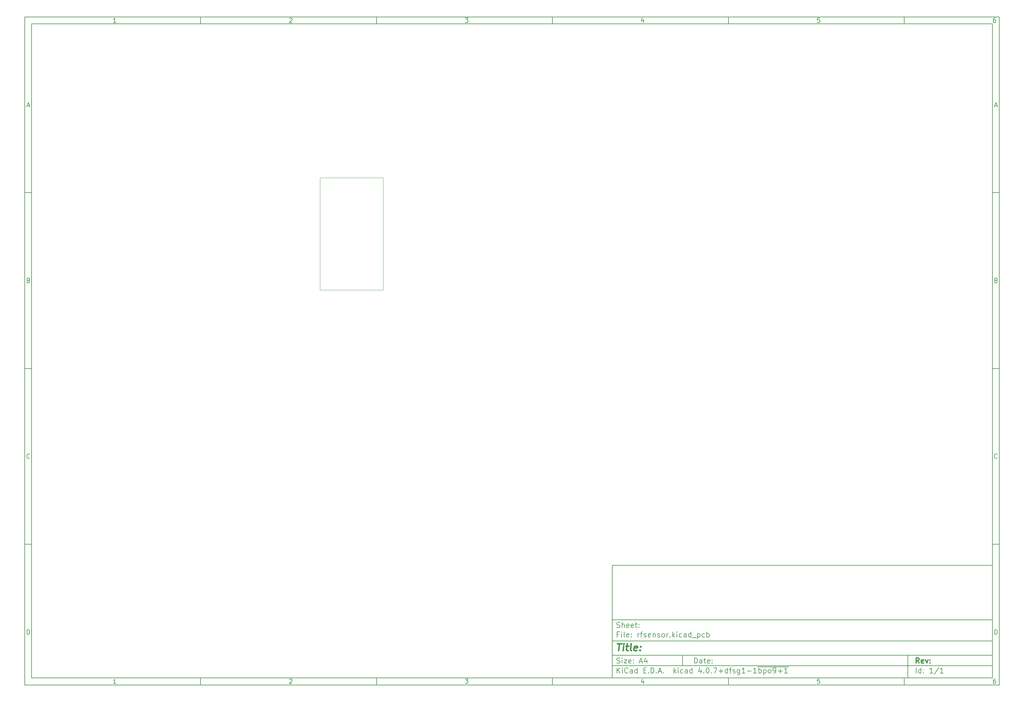
<source format=gbr>
G04 #@! TF.FileFunction,Profile,NP*
%FSLAX46Y46*%
G04 Gerber Fmt 4.6, Leading zero omitted, Abs format (unit mm)*
G04 Created by KiCad (PCBNEW 4.0.7+dfsg1-1~bpo9+1) date Fri Jan  5 13:44:09 2018*
%MOMM*%
%LPD*%
G01*
G04 APERTURE LIST*
%ADD10C,0.100000*%
%ADD11C,0.150000*%
%ADD12C,0.300000*%
%ADD13C,0.400000*%
G04 APERTURE END LIST*
D10*
D11*
X177002200Y-166007200D02*
X177002200Y-198007200D01*
X285002200Y-198007200D01*
X285002200Y-166007200D01*
X177002200Y-166007200D01*
D10*
D11*
X10000000Y-10000000D02*
X10000000Y-200007200D01*
X287002200Y-200007200D01*
X287002200Y-10000000D01*
X10000000Y-10000000D01*
D10*
D11*
X12000000Y-12000000D02*
X12000000Y-198007200D01*
X285002200Y-198007200D01*
X285002200Y-12000000D01*
X12000000Y-12000000D01*
D10*
D11*
X60000000Y-12000000D02*
X60000000Y-10000000D01*
D10*
D11*
X110000000Y-12000000D02*
X110000000Y-10000000D01*
D10*
D11*
X160000000Y-12000000D02*
X160000000Y-10000000D01*
D10*
D11*
X210000000Y-12000000D02*
X210000000Y-10000000D01*
D10*
D11*
X260000000Y-12000000D02*
X260000000Y-10000000D01*
D10*
D11*
X35990476Y-11588095D02*
X35247619Y-11588095D01*
X35619048Y-11588095D02*
X35619048Y-10288095D01*
X35495238Y-10473810D01*
X35371429Y-10597619D01*
X35247619Y-10659524D01*
D10*
D11*
X85247619Y-10411905D02*
X85309524Y-10350000D01*
X85433333Y-10288095D01*
X85742857Y-10288095D01*
X85866667Y-10350000D01*
X85928571Y-10411905D01*
X85990476Y-10535714D01*
X85990476Y-10659524D01*
X85928571Y-10845238D01*
X85185714Y-11588095D01*
X85990476Y-11588095D01*
D10*
D11*
X135185714Y-10288095D02*
X135990476Y-10288095D01*
X135557143Y-10783333D01*
X135742857Y-10783333D01*
X135866667Y-10845238D01*
X135928571Y-10907143D01*
X135990476Y-11030952D01*
X135990476Y-11340476D01*
X135928571Y-11464286D01*
X135866667Y-11526190D01*
X135742857Y-11588095D01*
X135371429Y-11588095D01*
X135247619Y-11526190D01*
X135185714Y-11464286D01*
D10*
D11*
X185866667Y-10721429D02*
X185866667Y-11588095D01*
X185557143Y-10226190D02*
X185247619Y-11154762D01*
X186052381Y-11154762D01*
D10*
D11*
X235928571Y-10288095D02*
X235309524Y-10288095D01*
X235247619Y-10907143D01*
X235309524Y-10845238D01*
X235433333Y-10783333D01*
X235742857Y-10783333D01*
X235866667Y-10845238D01*
X235928571Y-10907143D01*
X235990476Y-11030952D01*
X235990476Y-11340476D01*
X235928571Y-11464286D01*
X235866667Y-11526190D01*
X235742857Y-11588095D01*
X235433333Y-11588095D01*
X235309524Y-11526190D01*
X235247619Y-11464286D01*
D10*
D11*
X285866667Y-10288095D02*
X285619048Y-10288095D01*
X285495238Y-10350000D01*
X285433333Y-10411905D01*
X285309524Y-10597619D01*
X285247619Y-10845238D01*
X285247619Y-11340476D01*
X285309524Y-11464286D01*
X285371429Y-11526190D01*
X285495238Y-11588095D01*
X285742857Y-11588095D01*
X285866667Y-11526190D01*
X285928571Y-11464286D01*
X285990476Y-11340476D01*
X285990476Y-11030952D01*
X285928571Y-10907143D01*
X285866667Y-10845238D01*
X285742857Y-10783333D01*
X285495238Y-10783333D01*
X285371429Y-10845238D01*
X285309524Y-10907143D01*
X285247619Y-11030952D01*
D10*
D11*
X60000000Y-198007200D02*
X60000000Y-200007200D01*
D10*
D11*
X110000000Y-198007200D02*
X110000000Y-200007200D01*
D10*
D11*
X160000000Y-198007200D02*
X160000000Y-200007200D01*
D10*
D11*
X210000000Y-198007200D02*
X210000000Y-200007200D01*
D10*
D11*
X260000000Y-198007200D02*
X260000000Y-200007200D01*
D10*
D11*
X35990476Y-199595295D02*
X35247619Y-199595295D01*
X35619048Y-199595295D02*
X35619048Y-198295295D01*
X35495238Y-198481010D01*
X35371429Y-198604819D01*
X35247619Y-198666724D01*
D10*
D11*
X85247619Y-198419105D02*
X85309524Y-198357200D01*
X85433333Y-198295295D01*
X85742857Y-198295295D01*
X85866667Y-198357200D01*
X85928571Y-198419105D01*
X85990476Y-198542914D01*
X85990476Y-198666724D01*
X85928571Y-198852438D01*
X85185714Y-199595295D01*
X85990476Y-199595295D01*
D10*
D11*
X135185714Y-198295295D02*
X135990476Y-198295295D01*
X135557143Y-198790533D01*
X135742857Y-198790533D01*
X135866667Y-198852438D01*
X135928571Y-198914343D01*
X135990476Y-199038152D01*
X135990476Y-199347676D01*
X135928571Y-199471486D01*
X135866667Y-199533390D01*
X135742857Y-199595295D01*
X135371429Y-199595295D01*
X135247619Y-199533390D01*
X135185714Y-199471486D01*
D10*
D11*
X185866667Y-198728629D02*
X185866667Y-199595295D01*
X185557143Y-198233390D02*
X185247619Y-199161962D01*
X186052381Y-199161962D01*
D10*
D11*
X235928571Y-198295295D02*
X235309524Y-198295295D01*
X235247619Y-198914343D01*
X235309524Y-198852438D01*
X235433333Y-198790533D01*
X235742857Y-198790533D01*
X235866667Y-198852438D01*
X235928571Y-198914343D01*
X235990476Y-199038152D01*
X235990476Y-199347676D01*
X235928571Y-199471486D01*
X235866667Y-199533390D01*
X235742857Y-199595295D01*
X235433333Y-199595295D01*
X235309524Y-199533390D01*
X235247619Y-199471486D01*
D10*
D11*
X285866667Y-198295295D02*
X285619048Y-198295295D01*
X285495238Y-198357200D01*
X285433333Y-198419105D01*
X285309524Y-198604819D01*
X285247619Y-198852438D01*
X285247619Y-199347676D01*
X285309524Y-199471486D01*
X285371429Y-199533390D01*
X285495238Y-199595295D01*
X285742857Y-199595295D01*
X285866667Y-199533390D01*
X285928571Y-199471486D01*
X285990476Y-199347676D01*
X285990476Y-199038152D01*
X285928571Y-198914343D01*
X285866667Y-198852438D01*
X285742857Y-198790533D01*
X285495238Y-198790533D01*
X285371429Y-198852438D01*
X285309524Y-198914343D01*
X285247619Y-199038152D01*
D10*
D11*
X10000000Y-60000000D02*
X12000000Y-60000000D01*
D10*
D11*
X10000000Y-110000000D02*
X12000000Y-110000000D01*
D10*
D11*
X10000000Y-160000000D02*
X12000000Y-160000000D01*
D10*
D11*
X10690476Y-35216667D02*
X11309524Y-35216667D01*
X10566667Y-35588095D02*
X11000000Y-34288095D01*
X11433333Y-35588095D01*
D10*
D11*
X11092857Y-84907143D02*
X11278571Y-84969048D01*
X11340476Y-85030952D01*
X11402381Y-85154762D01*
X11402381Y-85340476D01*
X11340476Y-85464286D01*
X11278571Y-85526190D01*
X11154762Y-85588095D01*
X10659524Y-85588095D01*
X10659524Y-84288095D01*
X11092857Y-84288095D01*
X11216667Y-84350000D01*
X11278571Y-84411905D01*
X11340476Y-84535714D01*
X11340476Y-84659524D01*
X11278571Y-84783333D01*
X11216667Y-84845238D01*
X11092857Y-84907143D01*
X10659524Y-84907143D01*
D10*
D11*
X11402381Y-135464286D02*
X11340476Y-135526190D01*
X11154762Y-135588095D01*
X11030952Y-135588095D01*
X10845238Y-135526190D01*
X10721429Y-135402381D01*
X10659524Y-135278571D01*
X10597619Y-135030952D01*
X10597619Y-134845238D01*
X10659524Y-134597619D01*
X10721429Y-134473810D01*
X10845238Y-134350000D01*
X11030952Y-134288095D01*
X11154762Y-134288095D01*
X11340476Y-134350000D01*
X11402381Y-134411905D01*
D10*
D11*
X10659524Y-185588095D02*
X10659524Y-184288095D01*
X10969048Y-184288095D01*
X11154762Y-184350000D01*
X11278571Y-184473810D01*
X11340476Y-184597619D01*
X11402381Y-184845238D01*
X11402381Y-185030952D01*
X11340476Y-185278571D01*
X11278571Y-185402381D01*
X11154762Y-185526190D01*
X10969048Y-185588095D01*
X10659524Y-185588095D01*
D10*
D11*
X287002200Y-60000000D02*
X285002200Y-60000000D01*
D10*
D11*
X287002200Y-110000000D02*
X285002200Y-110000000D01*
D10*
D11*
X287002200Y-160000000D02*
X285002200Y-160000000D01*
D10*
D11*
X285692676Y-35216667D02*
X286311724Y-35216667D01*
X285568867Y-35588095D02*
X286002200Y-34288095D01*
X286435533Y-35588095D01*
D10*
D11*
X286095057Y-84907143D02*
X286280771Y-84969048D01*
X286342676Y-85030952D01*
X286404581Y-85154762D01*
X286404581Y-85340476D01*
X286342676Y-85464286D01*
X286280771Y-85526190D01*
X286156962Y-85588095D01*
X285661724Y-85588095D01*
X285661724Y-84288095D01*
X286095057Y-84288095D01*
X286218867Y-84350000D01*
X286280771Y-84411905D01*
X286342676Y-84535714D01*
X286342676Y-84659524D01*
X286280771Y-84783333D01*
X286218867Y-84845238D01*
X286095057Y-84907143D01*
X285661724Y-84907143D01*
D10*
D11*
X286404581Y-135464286D02*
X286342676Y-135526190D01*
X286156962Y-135588095D01*
X286033152Y-135588095D01*
X285847438Y-135526190D01*
X285723629Y-135402381D01*
X285661724Y-135278571D01*
X285599819Y-135030952D01*
X285599819Y-134845238D01*
X285661724Y-134597619D01*
X285723629Y-134473810D01*
X285847438Y-134350000D01*
X286033152Y-134288095D01*
X286156962Y-134288095D01*
X286342676Y-134350000D01*
X286404581Y-134411905D01*
D10*
D11*
X285661724Y-185588095D02*
X285661724Y-184288095D01*
X285971248Y-184288095D01*
X286156962Y-184350000D01*
X286280771Y-184473810D01*
X286342676Y-184597619D01*
X286404581Y-184845238D01*
X286404581Y-185030952D01*
X286342676Y-185278571D01*
X286280771Y-185402381D01*
X286156962Y-185526190D01*
X285971248Y-185588095D01*
X285661724Y-185588095D01*
D10*
D11*
X200359343Y-193785771D02*
X200359343Y-192285771D01*
X200716486Y-192285771D01*
X200930771Y-192357200D01*
X201073629Y-192500057D01*
X201145057Y-192642914D01*
X201216486Y-192928629D01*
X201216486Y-193142914D01*
X201145057Y-193428629D01*
X201073629Y-193571486D01*
X200930771Y-193714343D01*
X200716486Y-193785771D01*
X200359343Y-193785771D01*
X202502200Y-193785771D02*
X202502200Y-193000057D01*
X202430771Y-192857200D01*
X202287914Y-192785771D01*
X202002200Y-192785771D01*
X201859343Y-192857200D01*
X202502200Y-193714343D02*
X202359343Y-193785771D01*
X202002200Y-193785771D01*
X201859343Y-193714343D01*
X201787914Y-193571486D01*
X201787914Y-193428629D01*
X201859343Y-193285771D01*
X202002200Y-193214343D01*
X202359343Y-193214343D01*
X202502200Y-193142914D01*
X203002200Y-192785771D02*
X203573629Y-192785771D01*
X203216486Y-192285771D02*
X203216486Y-193571486D01*
X203287914Y-193714343D01*
X203430772Y-193785771D01*
X203573629Y-193785771D01*
X204645057Y-193714343D02*
X204502200Y-193785771D01*
X204216486Y-193785771D01*
X204073629Y-193714343D01*
X204002200Y-193571486D01*
X204002200Y-193000057D01*
X204073629Y-192857200D01*
X204216486Y-192785771D01*
X204502200Y-192785771D01*
X204645057Y-192857200D01*
X204716486Y-193000057D01*
X204716486Y-193142914D01*
X204002200Y-193285771D01*
X205359343Y-193642914D02*
X205430771Y-193714343D01*
X205359343Y-193785771D01*
X205287914Y-193714343D01*
X205359343Y-193642914D01*
X205359343Y-193785771D01*
X205359343Y-192857200D02*
X205430771Y-192928629D01*
X205359343Y-193000057D01*
X205287914Y-192928629D01*
X205359343Y-192857200D01*
X205359343Y-193000057D01*
D10*
D11*
X177002200Y-194507200D02*
X285002200Y-194507200D01*
D10*
D11*
X178359343Y-196585771D02*
X178359343Y-195085771D01*
X179216486Y-196585771D02*
X178573629Y-195728629D01*
X179216486Y-195085771D02*
X178359343Y-195942914D01*
X179859343Y-196585771D02*
X179859343Y-195585771D01*
X179859343Y-195085771D02*
X179787914Y-195157200D01*
X179859343Y-195228629D01*
X179930771Y-195157200D01*
X179859343Y-195085771D01*
X179859343Y-195228629D01*
X181430772Y-196442914D02*
X181359343Y-196514343D01*
X181145057Y-196585771D01*
X181002200Y-196585771D01*
X180787915Y-196514343D01*
X180645057Y-196371486D01*
X180573629Y-196228629D01*
X180502200Y-195942914D01*
X180502200Y-195728629D01*
X180573629Y-195442914D01*
X180645057Y-195300057D01*
X180787915Y-195157200D01*
X181002200Y-195085771D01*
X181145057Y-195085771D01*
X181359343Y-195157200D01*
X181430772Y-195228629D01*
X182716486Y-196585771D02*
X182716486Y-195800057D01*
X182645057Y-195657200D01*
X182502200Y-195585771D01*
X182216486Y-195585771D01*
X182073629Y-195657200D01*
X182716486Y-196514343D02*
X182573629Y-196585771D01*
X182216486Y-196585771D01*
X182073629Y-196514343D01*
X182002200Y-196371486D01*
X182002200Y-196228629D01*
X182073629Y-196085771D01*
X182216486Y-196014343D01*
X182573629Y-196014343D01*
X182716486Y-195942914D01*
X184073629Y-196585771D02*
X184073629Y-195085771D01*
X184073629Y-196514343D02*
X183930772Y-196585771D01*
X183645058Y-196585771D01*
X183502200Y-196514343D01*
X183430772Y-196442914D01*
X183359343Y-196300057D01*
X183359343Y-195871486D01*
X183430772Y-195728629D01*
X183502200Y-195657200D01*
X183645058Y-195585771D01*
X183930772Y-195585771D01*
X184073629Y-195657200D01*
X185930772Y-195800057D02*
X186430772Y-195800057D01*
X186645058Y-196585771D02*
X185930772Y-196585771D01*
X185930772Y-195085771D01*
X186645058Y-195085771D01*
X187287915Y-196442914D02*
X187359343Y-196514343D01*
X187287915Y-196585771D01*
X187216486Y-196514343D01*
X187287915Y-196442914D01*
X187287915Y-196585771D01*
X188002201Y-196585771D02*
X188002201Y-195085771D01*
X188359344Y-195085771D01*
X188573629Y-195157200D01*
X188716487Y-195300057D01*
X188787915Y-195442914D01*
X188859344Y-195728629D01*
X188859344Y-195942914D01*
X188787915Y-196228629D01*
X188716487Y-196371486D01*
X188573629Y-196514343D01*
X188359344Y-196585771D01*
X188002201Y-196585771D01*
X189502201Y-196442914D02*
X189573629Y-196514343D01*
X189502201Y-196585771D01*
X189430772Y-196514343D01*
X189502201Y-196442914D01*
X189502201Y-196585771D01*
X190145058Y-196157200D02*
X190859344Y-196157200D01*
X190002201Y-196585771D02*
X190502201Y-195085771D01*
X191002201Y-196585771D01*
X191502201Y-196442914D02*
X191573629Y-196514343D01*
X191502201Y-196585771D01*
X191430772Y-196514343D01*
X191502201Y-196442914D01*
X191502201Y-196585771D01*
X194502201Y-196585771D02*
X194502201Y-195085771D01*
X194645058Y-196014343D02*
X195073629Y-196585771D01*
X195073629Y-195585771D02*
X194502201Y-196157200D01*
X195716487Y-196585771D02*
X195716487Y-195585771D01*
X195716487Y-195085771D02*
X195645058Y-195157200D01*
X195716487Y-195228629D01*
X195787915Y-195157200D01*
X195716487Y-195085771D01*
X195716487Y-195228629D01*
X197073630Y-196514343D02*
X196930773Y-196585771D01*
X196645059Y-196585771D01*
X196502201Y-196514343D01*
X196430773Y-196442914D01*
X196359344Y-196300057D01*
X196359344Y-195871486D01*
X196430773Y-195728629D01*
X196502201Y-195657200D01*
X196645059Y-195585771D01*
X196930773Y-195585771D01*
X197073630Y-195657200D01*
X198359344Y-196585771D02*
X198359344Y-195800057D01*
X198287915Y-195657200D01*
X198145058Y-195585771D01*
X197859344Y-195585771D01*
X197716487Y-195657200D01*
X198359344Y-196514343D02*
X198216487Y-196585771D01*
X197859344Y-196585771D01*
X197716487Y-196514343D01*
X197645058Y-196371486D01*
X197645058Y-196228629D01*
X197716487Y-196085771D01*
X197859344Y-196014343D01*
X198216487Y-196014343D01*
X198359344Y-195942914D01*
X199716487Y-196585771D02*
X199716487Y-195085771D01*
X199716487Y-196514343D02*
X199573630Y-196585771D01*
X199287916Y-196585771D01*
X199145058Y-196514343D01*
X199073630Y-196442914D01*
X199002201Y-196300057D01*
X199002201Y-195871486D01*
X199073630Y-195728629D01*
X199145058Y-195657200D01*
X199287916Y-195585771D01*
X199573630Y-195585771D01*
X199716487Y-195657200D01*
X202216487Y-195585771D02*
X202216487Y-196585771D01*
X201859344Y-195014343D02*
X201502201Y-196085771D01*
X202430773Y-196085771D01*
X203002201Y-196442914D02*
X203073629Y-196514343D01*
X203002201Y-196585771D01*
X202930772Y-196514343D01*
X203002201Y-196442914D01*
X203002201Y-196585771D01*
X204002201Y-195085771D02*
X204145058Y-195085771D01*
X204287915Y-195157200D01*
X204359344Y-195228629D01*
X204430773Y-195371486D01*
X204502201Y-195657200D01*
X204502201Y-196014343D01*
X204430773Y-196300057D01*
X204359344Y-196442914D01*
X204287915Y-196514343D01*
X204145058Y-196585771D01*
X204002201Y-196585771D01*
X203859344Y-196514343D01*
X203787915Y-196442914D01*
X203716487Y-196300057D01*
X203645058Y-196014343D01*
X203645058Y-195657200D01*
X203716487Y-195371486D01*
X203787915Y-195228629D01*
X203859344Y-195157200D01*
X204002201Y-195085771D01*
X205145058Y-196442914D02*
X205216486Y-196514343D01*
X205145058Y-196585771D01*
X205073629Y-196514343D01*
X205145058Y-196442914D01*
X205145058Y-196585771D01*
X205716487Y-195085771D02*
X206716487Y-195085771D01*
X206073630Y-196585771D01*
X207287915Y-196014343D02*
X208430772Y-196014343D01*
X207859343Y-196585771D02*
X207859343Y-195442914D01*
X209787915Y-196585771D02*
X209787915Y-195085771D01*
X209787915Y-196514343D02*
X209645058Y-196585771D01*
X209359344Y-196585771D01*
X209216486Y-196514343D01*
X209145058Y-196442914D01*
X209073629Y-196300057D01*
X209073629Y-195871486D01*
X209145058Y-195728629D01*
X209216486Y-195657200D01*
X209359344Y-195585771D01*
X209645058Y-195585771D01*
X209787915Y-195657200D01*
X210287915Y-195585771D02*
X210859344Y-195585771D01*
X210502201Y-196585771D02*
X210502201Y-195300057D01*
X210573629Y-195157200D01*
X210716487Y-195085771D01*
X210859344Y-195085771D01*
X211287915Y-196514343D02*
X211430772Y-196585771D01*
X211716487Y-196585771D01*
X211859344Y-196514343D01*
X211930772Y-196371486D01*
X211930772Y-196300057D01*
X211859344Y-196157200D01*
X211716487Y-196085771D01*
X211502201Y-196085771D01*
X211359344Y-196014343D01*
X211287915Y-195871486D01*
X211287915Y-195800057D01*
X211359344Y-195657200D01*
X211502201Y-195585771D01*
X211716487Y-195585771D01*
X211859344Y-195657200D01*
X213216487Y-195585771D02*
X213216487Y-196800057D01*
X213145058Y-196942914D01*
X213073630Y-197014343D01*
X212930773Y-197085771D01*
X212716487Y-197085771D01*
X212573630Y-197014343D01*
X213216487Y-196514343D02*
X213073630Y-196585771D01*
X212787916Y-196585771D01*
X212645058Y-196514343D01*
X212573630Y-196442914D01*
X212502201Y-196300057D01*
X212502201Y-195871486D01*
X212573630Y-195728629D01*
X212645058Y-195657200D01*
X212787916Y-195585771D01*
X213073630Y-195585771D01*
X213216487Y-195657200D01*
X214716487Y-196585771D02*
X213859344Y-196585771D01*
X214287916Y-196585771D02*
X214287916Y-195085771D01*
X214145059Y-195300057D01*
X214002201Y-195442914D01*
X213859344Y-195514343D01*
X215359344Y-196014343D02*
X216502201Y-196014343D01*
X218002201Y-196585771D02*
X217145058Y-196585771D01*
X217573630Y-196585771D02*
X217573630Y-195085771D01*
X217430773Y-195300057D01*
X217287915Y-195442914D01*
X217145058Y-195514343D01*
X218645058Y-196585771D02*
X218645058Y-195085771D01*
X218645058Y-195657200D02*
X218787915Y-195585771D01*
X219073629Y-195585771D01*
X219216486Y-195657200D01*
X219287915Y-195728629D01*
X219359344Y-195871486D01*
X219359344Y-196300057D01*
X219287915Y-196442914D01*
X219216486Y-196514343D01*
X219073629Y-196585771D01*
X218787915Y-196585771D01*
X218645058Y-196514343D01*
X220002201Y-195585771D02*
X220002201Y-197085771D01*
X220002201Y-195657200D02*
X220145058Y-195585771D01*
X220430772Y-195585771D01*
X220573629Y-195657200D01*
X220645058Y-195728629D01*
X220716487Y-195871486D01*
X220716487Y-196300057D01*
X220645058Y-196442914D01*
X220573629Y-196514343D01*
X220430772Y-196585771D01*
X220145058Y-196585771D01*
X220002201Y-196514343D01*
X221573630Y-196585771D02*
X221430772Y-196514343D01*
X221359344Y-196442914D01*
X221287915Y-196300057D01*
X221287915Y-195871486D01*
X221359344Y-195728629D01*
X221430772Y-195657200D01*
X221573630Y-195585771D01*
X221787915Y-195585771D01*
X221930772Y-195657200D01*
X222002201Y-195728629D01*
X222073630Y-195871486D01*
X222073630Y-196300057D01*
X222002201Y-196442914D01*
X221930772Y-196514343D01*
X221787915Y-196585771D01*
X221573630Y-196585771D01*
X222787915Y-196585771D02*
X223073630Y-196585771D01*
X223216487Y-196514343D01*
X223287915Y-196442914D01*
X223430773Y-196228629D01*
X223502201Y-195942914D01*
X223502201Y-195371486D01*
X223430773Y-195228629D01*
X223359344Y-195157200D01*
X223216487Y-195085771D01*
X222930773Y-195085771D01*
X222787915Y-195157200D01*
X222716487Y-195228629D01*
X222645058Y-195371486D01*
X222645058Y-195728629D01*
X222716487Y-195871486D01*
X222787915Y-195942914D01*
X222930773Y-196014343D01*
X223216487Y-196014343D01*
X223359344Y-195942914D01*
X223430773Y-195871486D01*
X223502201Y-195728629D01*
X224145058Y-196014343D02*
X225287915Y-196014343D01*
X224716486Y-196585771D02*
X224716486Y-195442914D01*
X226787915Y-196585771D02*
X225930772Y-196585771D01*
X226359344Y-196585771D02*
X226359344Y-195085771D01*
X226216487Y-195300057D01*
X226073629Y-195442914D01*
X225930772Y-195514343D01*
X218287915Y-194827200D02*
X227073629Y-194827200D01*
D10*
D11*
X177002200Y-191507200D02*
X285002200Y-191507200D01*
D10*
D12*
X264216486Y-193785771D02*
X263716486Y-193071486D01*
X263359343Y-193785771D02*
X263359343Y-192285771D01*
X263930771Y-192285771D01*
X264073629Y-192357200D01*
X264145057Y-192428629D01*
X264216486Y-192571486D01*
X264216486Y-192785771D01*
X264145057Y-192928629D01*
X264073629Y-193000057D01*
X263930771Y-193071486D01*
X263359343Y-193071486D01*
X265430771Y-193714343D02*
X265287914Y-193785771D01*
X265002200Y-193785771D01*
X264859343Y-193714343D01*
X264787914Y-193571486D01*
X264787914Y-193000057D01*
X264859343Y-192857200D01*
X265002200Y-192785771D01*
X265287914Y-192785771D01*
X265430771Y-192857200D01*
X265502200Y-193000057D01*
X265502200Y-193142914D01*
X264787914Y-193285771D01*
X266002200Y-192785771D02*
X266359343Y-193785771D01*
X266716485Y-192785771D01*
X267287914Y-193642914D02*
X267359342Y-193714343D01*
X267287914Y-193785771D01*
X267216485Y-193714343D01*
X267287914Y-193642914D01*
X267287914Y-193785771D01*
X267287914Y-192857200D02*
X267359342Y-192928629D01*
X267287914Y-193000057D01*
X267216485Y-192928629D01*
X267287914Y-192857200D01*
X267287914Y-193000057D01*
D10*
D11*
X178287914Y-193714343D02*
X178502200Y-193785771D01*
X178859343Y-193785771D01*
X179002200Y-193714343D01*
X179073629Y-193642914D01*
X179145057Y-193500057D01*
X179145057Y-193357200D01*
X179073629Y-193214343D01*
X179002200Y-193142914D01*
X178859343Y-193071486D01*
X178573629Y-193000057D01*
X178430771Y-192928629D01*
X178359343Y-192857200D01*
X178287914Y-192714343D01*
X178287914Y-192571486D01*
X178359343Y-192428629D01*
X178430771Y-192357200D01*
X178573629Y-192285771D01*
X178930771Y-192285771D01*
X179145057Y-192357200D01*
X179787914Y-193785771D02*
X179787914Y-192785771D01*
X179787914Y-192285771D02*
X179716485Y-192357200D01*
X179787914Y-192428629D01*
X179859342Y-192357200D01*
X179787914Y-192285771D01*
X179787914Y-192428629D01*
X180359343Y-192785771D02*
X181145057Y-192785771D01*
X180359343Y-193785771D01*
X181145057Y-193785771D01*
X182287914Y-193714343D02*
X182145057Y-193785771D01*
X181859343Y-193785771D01*
X181716486Y-193714343D01*
X181645057Y-193571486D01*
X181645057Y-193000057D01*
X181716486Y-192857200D01*
X181859343Y-192785771D01*
X182145057Y-192785771D01*
X182287914Y-192857200D01*
X182359343Y-193000057D01*
X182359343Y-193142914D01*
X181645057Y-193285771D01*
X183002200Y-193642914D02*
X183073628Y-193714343D01*
X183002200Y-193785771D01*
X182930771Y-193714343D01*
X183002200Y-193642914D01*
X183002200Y-193785771D01*
X183002200Y-192857200D02*
X183073628Y-192928629D01*
X183002200Y-193000057D01*
X182930771Y-192928629D01*
X183002200Y-192857200D01*
X183002200Y-193000057D01*
X184787914Y-193357200D02*
X185502200Y-193357200D01*
X184645057Y-193785771D02*
X185145057Y-192285771D01*
X185645057Y-193785771D01*
X186787914Y-192785771D02*
X186787914Y-193785771D01*
X186430771Y-192214343D02*
X186073628Y-193285771D01*
X187002200Y-193285771D01*
D10*
D11*
X263359343Y-196585771D02*
X263359343Y-195085771D01*
X264716486Y-196585771D02*
X264716486Y-195085771D01*
X264716486Y-196514343D02*
X264573629Y-196585771D01*
X264287915Y-196585771D01*
X264145057Y-196514343D01*
X264073629Y-196442914D01*
X264002200Y-196300057D01*
X264002200Y-195871486D01*
X264073629Y-195728629D01*
X264145057Y-195657200D01*
X264287915Y-195585771D01*
X264573629Y-195585771D01*
X264716486Y-195657200D01*
X265430772Y-196442914D02*
X265502200Y-196514343D01*
X265430772Y-196585771D01*
X265359343Y-196514343D01*
X265430772Y-196442914D01*
X265430772Y-196585771D01*
X265430772Y-195657200D02*
X265502200Y-195728629D01*
X265430772Y-195800057D01*
X265359343Y-195728629D01*
X265430772Y-195657200D01*
X265430772Y-195800057D01*
X268073629Y-196585771D02*
X267216486Y-196585771D01*
X267645058Y-196585771D02*
X267645058Y-195085771D01*
X267502201Y-195300057D01*
X267359343Y-195442914D01*
X267216486Y-195514343D01*
X269787914Y-195014343D02*
X268502200Y-196942914D01*
X271073629Y-196585771D02*
X270216486Y-196585771D01*
X270645058Y-196585771D02*
X270645058Y-195085771D01*
X270502201Y-195300057D01*
X270359343Y-195442914D01*
X270216486Y-195514343D01*
D10*
D11*
X177002200Y-187507200D02*
X285002200Y-187507200D01*
D10*
D13*
X178454581Y-188211962D02*
X179597438Y-188211962D01*
X178776010Y-190211962D02*
X179026010Y-188211962D01*
X180014105Y-190211962D02*
X180180771Y-188878629D01*
X180264105Y-188211962D02*
X180156962Y-188307200D01*
X180240295Y-188402438D01*
X180347439Y-188307200D01*
X180264105Y-188211962D01*
X180240295Y-188402438D01*
X180847438Y-188878629D02*
X181609343Y-188878629D01*
X181216486Y-188211962D02*
X181002200Y-189926248D01*
X181073630Y-190116724D01*
X181252201Y-190211962D01*
X181442677Y-190211962D01*
X182395058Y-190211962D02*
X182216487Y-190116724D01*
X182145057Y-189926248D01*
X182359343Y-188211962D01*
X183930772Y-190116724D02*
X183728391Y-190211962D01*
X183347439Y-190211962D01*
X183168867Y-190116724D01*
X183097438Y-189926248D01*
X183192676Y-189164343D01*
X183311724Y-188973867D01*
X183514105Y-188878629D01*
X183895057Y-188878629D01*
X184073629Y-188973867D01*
X184145057Y-189164343D01*
X184121248Y-189354819D01*
X183145057Y-189545295D01*
X184895057Y-190021486D02*
X184978392Y-190116724D01*
X184871248Y-190211962D01*
X184787915Y-190116724D01*
X184895057Y-190021486D01*
X184871248Y-190211962D01*
X185026010Y-188973867D02*
X185109344Y-189069105D01*
X185002200Y-189164343D01*
X184918867Y-189069105D01*
X185026010Y-188973867D01*
X185002200Y-189164343D01*
D10*
D11*
X178859343Y-185600057D02*
X178359343Y-185600057D01*
X178359343Y-186385771D02*
X178359343Y-184885771D01*
X179073629Y-184885771D01*
X179645057Y-186385771D02*
X179645057Y-185385771D01*
X179645057Y-184885771D02*
X179573628Y-184957200D01*
X179645057Y-185028629D01*
X179716485Y-184957200D01*
X179645057Y-184885771D01*
X179645057Y-185028629D01*
X180573629Y-186385771D02*
X180430771Y-186314343D01*
X180359343Y-186171486D01*
X180359343Y-184885771D01*
X181716485Y-186314343D02*
X181573628Y-186385771D01*
X181287914Y-186385771D01*
X181145057Y-186314343D01*
X181073628Y-186171486D01*
X181073628Y-185600057D01*
X181145057Y-185457200D01*
X181287914Y-185385771D01*
X181573628Y-185385771D01*
X181716485Y-185457200D01*
X181787914Y-185600057D01*
X181787914Y-185742914D01*
X181073628Y-185885771D01*
X182430771Y-186242914D02*
X182502199Y-186314343D01*
X182430771Y-186385771D01*
X182359342Y-186314343D01*
X182430771Y-186242914D01*
X182430771Y-186385771D01*
X182430771Y-185457200D02*
X182502199Y-185528629D01*
X182430771Y-185600057D01*
X182359342Y-185528629D01*
X182430771Y-185457200D01*
X182430771Y-185600057D01*
X184287914Y-186385771D02*
X184287914Y-185385771D01*
X184287914Y-185671486D02*
X184359342Y-185528629D01*
X184430771Y-185457200D01*
X184573628Y-185385771D01*
X184716485Y-185385771D01*
X185002199Y-185385771D02*
X185573628Y-185385771D01*
X185216485Y-186385771D02*
X185216485Y-185100057D01*
X185287913Y-184957200D01*
X185430771Y-184885771D01*
X185573628Y-184885771D01*
X186002199Y-186314343D02*
X186145056Y-186385771D01*
X186430771Y-186385771D01*
X186573628Y-186314343D01*
X186645056Y-186171486D01*
X186645056Y-186100057D01*
X186573628Y-185957200D01*
X186430771Y-185885771D01*
X186216485Y-185885771D01*
X186073628Y-185814343D01*
X186002199Y-185671486D01*
X186002199Y-185600057D01*
X186073628Y-185457200D01*
X186216485Y-185385771D01*
X186430771Y-185385771D01*
X186573628Y-185457200D01*
X187859342Y-186314343D02*
X187716485Y-186385771D01*
X187430771Y-186385771D01*
X187287914Y-186314343D01*
X187216485Y-186171486D01*
X187216485Y-185600057D01*
X187287914Y-185457200D01*
X187430771Y-185385771D01*
X187716485Y-185385771D01*
X187859342Y-185457200D01*
X187930771Y-185600057D01*
X187930771Y-185742914D01*
X187216485Y-185885771D01*
X188573628Y-185385771D02*
X188573628Y-186385771D01*
X188573628Y-185528629D02*
X188645056Y-185457200D01*
X188787914Y-185385771D01*
X189002199Y-185385771D01*
X189145056Y-185457200D01*
X189216485Y-185600057D01*
X189216485Y-186385771D01*
X189859342Y-186314343D02*
X190002199Y-186385771D01*
X190287914Y-186385771D01*
X190430771Y-186314343D01*
X190502199Y-186171486D01*
X190502199Y-186100057D01*
X190430771Y-185957200D01*
X190287914Y-185885771D01*
X190073628Y-185885771D01*
X189930771Y-185814343D01*
X189859342Y-185671486D01*
X189859342Y-185600057D01*
X189930771Y-185457200D01*
X190073628Y-185385771D01*
X190287914Y-185385771D01*
X190430771Y-185457200D01*
X191359343Y-186385771D02*
X191216485Y-186314343D01*
X191145057Y-186242914D01*
X191073628Y-186100057D01*
X191073628Y-185671486D01*
X191145057Y-185528629D01*
X191216485Y-185457200D01*
X191359343Y-185385771D01*
X191573628Y-185385771D01*
X191716485Y-185457200D01*
X191787914Y-185528629D01*
X191859343Y-185671486D01*
X191859343Y-186100057D01*
X191787914Y-186242914D01*
X191716485Y-186314343D01*
X191573628Y-186385771D01*
X191359343Y-186385771D01*
X192502200Y-186385771D02*
X192502200Y-185385771D01*
X192502200Y-185671486D02*
X192573628Y-185528629D01*
X192645057Y-185457200D01*
X192787914Y-185385771D01*
X192930771Y-185385771D01*
X193430771Y-186242914D02*
X193502199Y-186314343D01*
X193430771Y-186385771D01*
X193359342Y-186314343D01*
X193430771Y-186242914D01*
X193430771Y-186385771D01*
X194145057Y-186385771D02*
X194145057Y-184885771D01*
X194287914Y-185814343D02*
X194716485Y-186385771D01*
X194716485Y-185385771D02*
X194145057Y-185957200D01*
X195359343Y-186385771D02*
X195359343Y-185385771D01*
X195359343Y-184885771D02*
X195287914Y-184957200D01*
X195359343Y-185028629D01*
X195430771Y-184957200D01*
X195359343Y-184885771D01*
X195359343Y-185028629D01*
X196716486Y-186314343D02*
X196573629Y-186385771D01*
X196287915Y-186385771D01*
X196145057Y-186314343D01*
X196073629Y-186242914D01*
X196002200Y-186100057D01*
X196002200Y-185671486D01*
X196073629Y-185528629D01*
X196145057Y-185457200D01*
X196287915Y-185385771D01*
X196573629Y-185385771D01*
X196716486Y-185457200D01*
X198002200Y-186385771D02*
X198002200Y-185600057D01*
X197930771Y-185457200D01*
X197787914Y-185385771D01*
X197502200Y-185385771D01*
X197359343Y-185457200D01*
X198002200Y-186314343D02*
X197859343Y-186385771D01*
X197502200Y-186385771D01*
X197359343Y-186314343D01*
X197287914Y-186171486D01*
X197287914Y-186028629D01*
X197359343Y-185885771D01*
X197502200Y-185814343D01*
X197859343Y-185814343D01*
X198002200Y-185742914D01*
X199359343Y-186385771D02*
X199359343Y-184885771D01*
X199359343Y-186314343D02*
X199216486Y-186385771D01*
X198930772Y-186385771D01*
X198787914Y-186314343D01*
X198716486Y-186242914D01*
X198645057Y-186100057D01*
X198645057Y-185671486D01*
X198716486Y-185528629D01*
X198787914Y-185457200D01*
X198930772Y-185385771D01*
X199216486Y-185385771D01*
X199359343Y-185457200D01*
X199716486Y-186528629D02*
X200859343Y-186528629D01*
X201216486Y-185385771D02*
X201216486Y-186885771D01*
X201216486Y-185457200D02*
X201359343Y-185385771D01*
X201645057Y-185385771D01*
X201787914Y-185457200D01*
X201859343Y-185528629D01*
X201930772Y-185671486D01*
X201930772Y-186100057D01*
X201859343Y-186242914D01*
X201787914Y-186314343D01*
X201645057Y-186385771D01*
X201359343Y-186385771D01*
X201216486Y-186314343D01*
X203216486Y-186314343D02*
X203073629Y-186385771D01*
X202787915Y-186385771D01*
X202645057Y-186314343D01*
X202573629Y-186242914D01*
X202502200Y-186100057D01*
X202502200Y-185671486D01*
X202573629Y-185528629D01*
X202645057Y-185457200D01*
X202787915Y-185385771D01*
X203073629Y-185385771D01*
X203216486Y-185457200D01*
X203859343Y-186385771D02*
X203859343Y-184885771D01*
X203859343Y-185457200D02*
X204002200Y-185385771D01*
X204287914Y-185385771D01*
X204430771Y-185457200D01*
X204502200Y-185528629D01*
X204573629Y-185671486D01*
X204573629Y-186100057D01*
X204502200Y-186242914D01*
X204430771Y-186314343D01*
X204287914Y-186385771D01*
X204002200Y-186385771D01*
X203859343Y-186314343D01*
D10*
D11*
X177002200Y-181507200D02*
X285002200Y-181507200D01*
D10*
D11*
X178287914Y-183614343D02*
X178502200Y-183685771D01*
X178859343Y-183685771D01*
X179002200Y-183614343D01*
X179073629Y-183542914D01*
X179145057Y-183400057D01*
X179145057Y-183257200D01*
X179073629Y-183114343D01*
X179002200Y-183042914D01*
X178859343Y-182971486D01*
X178573629Y-182900057D01*
X178430771Y-182828629D01*
X178359343Y-182757200D01*
X178287914Y-182614343D01*
X178287914Y-182471486D01*
X178359343Y-182328629D01*
X178430771Y-182257200D01*
X178573629Y-182185771D01*
X178930771Y-182185771D01*
X179145057Y-182257200D01*
X179787914Y-183685771D02*
X179787914Y-182185771D01*
X180430771Y-183685771D02*
X180430771Y-182900057D01*
X180359342Y-182757200D01*
X180216485Y-182685771D01*
X180002200Y-182685771D01*
X179859342Y-182757200D01*
X179787914Y-182828629D01*
X181716485Y-183614343D02*
X181573628Y-183685771D01*
X181287914Y-183685771D01*
X181145057Y-183614343D01*
X181073628Y-183471486D01*
X181073628Y-182900057D01*
X181145057Y-182757200D01*
X181287914Y-182685771D01*
X181573628Y-182685771D01*
X181716485Y-182757200D01*
X181787914Y-182900057D01*
X181787914Y-183042914D01*
X181073628Y-183185771D01*
X183002199Y-183614343D02*
X182859342Y-183685771D01*
X182573628Y-183685771D01*
X182430771Y-183614343D01*
X182359342Y-183471486D01*
X182359342Y-182900057D01*
X182430771Y-182757200D01*
X182573628Y-182685771D01*
X182859342Y-182685771D01*
X183002199Y-182757200D01*
X183073628Y-182900057D01*
X183073628Y-183042914D01*
X182359342Y-183185771D01*
X183502199Y-182685771D02*
X184073628Y-182685771D01*
X183716485Y-182185771D02*
X183716485Y-183471486D01*
X183787913Y-183614343D01*
X183930771Y-183685771D01*
X184073628Y-183685771D01*
X184573628Y-183542914D02*
X184645056Y-183614343D01*
X184573628Y-183685771D01*
X184502199Y-183614343D01*
X184573628Y-183542914D01*
X184573628Y-183685771D01*
X184573628Y-182757200D02*
X184645056Y-182828629D01*
X184573628Y-182900057D01*
X184502199Y-182828629D01*
X184573628Y-182757200D01*
X184573628Y-182900057D01*
D10*
D11*
X197002200Y-191507200D02*
X197002200Y-194507200D01*
D10*
D11*
X261002200Y-191507200D02*
X261002200Y-198007200D01*
D10*
X93900000Y-55700000D02*
X111900000Y-55700000D01*
X93900000Y-87700000D02*
X111900000Y-87700000D01*
X93900000Y-87700000D02*
X93900000Y-55700000D01*
X111900000Y-55700000D02*
X111900000Y-87700000D01*
M02*

</source>
